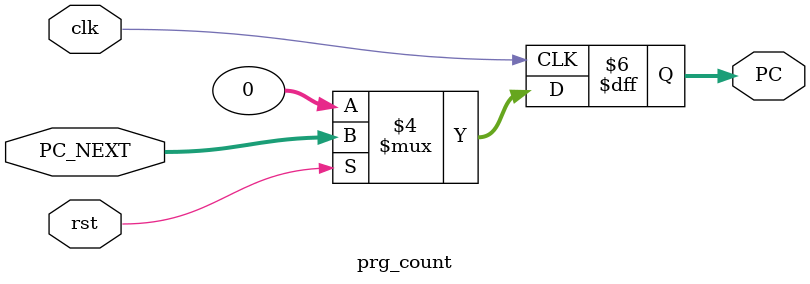
<source format=v>
`timescale 1ns / 1ps


module prg_count(
    input rst, clk,
    input [31:0] PC_NEXT,
    output reg [31:0] PC
    );
    
    always @(posedge clk)
        begin
            if (rst == 1'b0)
                begin
                    PC <= 32'h00000000;
                end 
            else 
                begin
                    PC <= PC_NEXT;
                end
        end 
endmodule

</source>
